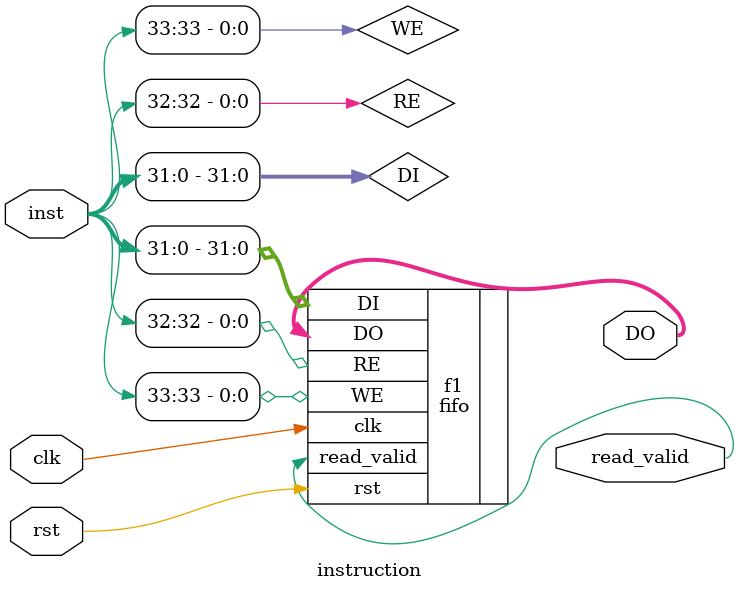
<source format=v>
module instruction (
    input [33:0]    inst,
    input   clk,
    input   rst,
    output  [31:0] DO,
    output  read_valid
);
    wire    [31:0]  DI;
    wire    RE;
    wire    WE;
    assign DI = inst[31:0];
    assign RE = inst[32];
    assign WE = inst[33];
    fifo f1 (
        .DI        (DI),
        .RE        (RE),
        .WE        (WE),
        .clk       (clk),
        .rst       (rst),
        .DO        (DO),
        .read_valid(read_valid)
    );


endmodule




</source>
